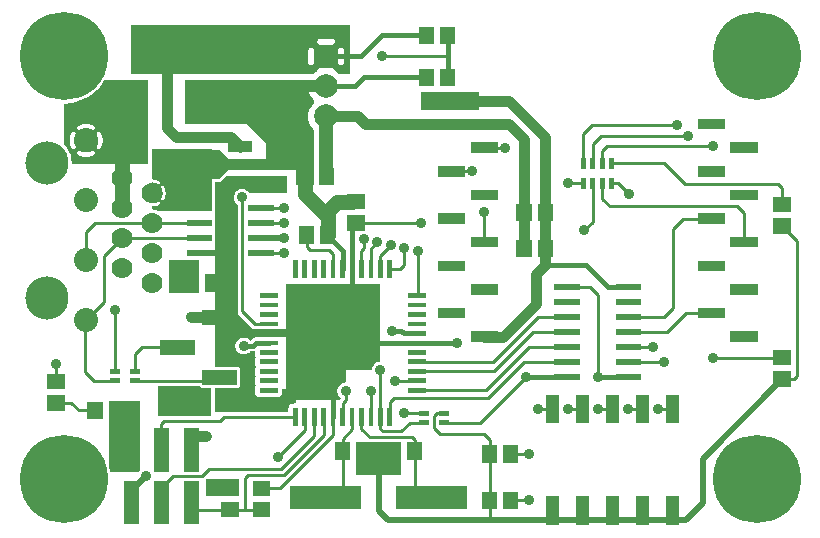
<source format=gbr>
G04 start of page 2 for group 0 idx 0 *
G04 Title: (unknown), top *
G04 Creator: pcb 20140316 *
G04 CreationDate: Thu 27 Apr 2017 04:48:59 AM GMT UTC *
G04 For: railfan *
G04 Format: Gerber/RS-274X *
G04 PCB-Dimensions (mil): 2650.00 1750.00 *
G04 PCB-Coordinate-Origin: lower left *
%MOIN*%
%FSLAX25Y25*%
%LNTOP*%
%ADD41C,0.0300*%
%ADD40C,0.1280*%
%ADD39C,0.0480*%
%ADD38C,0.1285*%
%ADD37C,0.0360*%
%ADD36R,0.0440X0.0440*%
%ADD35R,0.0787X0.0787*%
%ADD34R,0.0945X0.0945*%
%ADD33R,0.0378X0.0378*%
%ADD32R,0.0200X0.0200*%
%ADD31R,0.0350X0.0350*%
%ADD30R,0.0630X0.0630*%
%ADD29R,0.0360X0.0360*%
%ADD28R,0.0157X0.0157*%
%ADD27R,0.0167X0.0167*%
%ADD26R,0.0500X0.0500*%
%ADD25R,0.0512X0.0512*%
%ADD24C,0.0700*%
%ADD23C,0.1440*%
%ADD22C,0.0800*%
%ADD21C,0.2937*%
%ADD20C,0.0787*%
%ADD19C,0.0250*%
%ADD18C,0.0150*%
%ADD17C,0.0450*%
%ADD16C,0.0400*%
%ADD15C,0.0500*%
%ADD14C,0.0200*%
%ADD13C,0.0100*%
%ADD12C,0.0350*%
%ADD11C,0.0001*%
G54D11*G36*
X91000Y82000D02*X111000D01*
Y49309D01*
X110561Y49274D01*
X110132Y49171D01*
X109725Y49003D01*
X109349Y48772D01*
X109014Y48486D01*
X108728Y48151D01*
X108497Y47775D01*
X108329Y47368D01*
X108226Y46939D01*
X108191Y46500D01*
X108226Y46061D01*
X108329Y45632D01*
X108497Y45225D01*
X108728Y44849D01*
X109014Y44514D01*
X109349Y44228D01*
X109500Y44135D01*
Y44121D01*
X108981Y43602D01*
X108936Y43564D01*
X108881Y43500D01*
X91000D01*
Y82000D01*
G37*
G36*
X122598D01*
Y56309D01*
X122159Y56274D01*
X121730Y56171D01*
X121323Y56003D01*
X120947Y55772D01*
X120612Y55486D01*
X120326Y55151D01*
X120096Y54775D01*
X119927Y54368D01*
X119824Y53939D01*
X119789Y53500D01*
X91000D01*
Y82000D01*
G37*
G36*
X114500Y29500D02*X118941D01*
X119000Y29495D01*
X119059Y29500D01*
X129500D01*
Y18500D01*
X114500D01*
Y29500D01*
G37*
G36*
X73000Y74000D02*X80817Y66183D01*
X80818Y66000D01*
X73000D01*
Y74000D01*
G37*
G36*
X42500Y43000D02*Y19970D01*
X42228Y19651D01*
X42135Y19500D01*
X32529D01*
X32000Y21705D01*
Y43000D01*
X42500D01*
G37*
G36*
X66000Y47502D02*Y38000D01*
X50559D01*
X50500Y38005D01*
X50441Y38000D01*
X48500D01*
Y48000D01*
X62394D01*
X62448Y47910D01*
X62551Y47791D01*
X62670Y47688D01*
X62805Y47606D01*
X62950Y47546D01*
X63103Y47509D01*
X63260Y47500D01*
X66000Y47502D01*
G37*
G36*
X75500Y17000D02*Y11500D01*
X64500D01*
Y17000D01*
X75500D01*
G37*
G36*
X94500Y47000D02*Y42311D01*
X93230Y42301D01*
X93000Y42246D01*
X92782Y42156D01*
X92581Y42032D01*
X92401Y41879D01*
X92248Y41699D01*
X92124Y41498D01*
X92034Y41280D01*
X91979Y41050D01*
X91965Y40815D01*
X91968Y39500D01*
X67500D01*
Y47000D01*
X80819D01*
X80829Y45730D01*
X80884Y45500D01*
X80974Y45282D01*
X81098Y45081D01*
X81251Y44901D01*
X81431Y44748D01*
X81632Y44624D01*
X81850Y44534D01*
X82080Y44479D01*
X82315Y44465D01*
X88550Y44479D01*
X88780Y44534D01*
X88998Y44624D01*
X89199Y44748D01*
X89379Y44901D01*
X89532Y45081D01*
X89656Y45282D01*
X89746Y45500D01*
X89801Y45730D01*
X89815Y45965D01*
X89807Y47000D01*
X94500D01*
G37*
G36*
X67500Y39500D02*Y47503D01*
X75070Y47509D01*
X75223Y47546D01*
X75368Y47606D01*
X75503Y47688D01*
X75622Y47791D01*
X75724Y47910D01*
X75807Y48045D01*
X75867Y48190D01*
X75904Y48343D01*
X75913Y48500D01*
X75904Y53657D01*
X75867Y53810D01*
X75807Y53955D01*
X75724Y54090D01*
X75622Y54209D01*
X75503Y54312D01*
X75368Y54394D01*
X75223Y54454D01*
X75070Y54491D01*
X74913Y54500D01*
X67500Y54494D01*
Y66500D01*
X80819D01*
X80815Y66437D01*
X80829Y64628D01*
X80884Y64398D01*
X80945Y64251D01*
X80725Y64234D01*
X80458Y64169D01*
X80203Y64064D01*
X79968Y63920D01*
X79968Y63920D01*
X79759Y63741D01*
X79714Y63689D01*
X79275Y63250D01*
X79188D01*
X78986Y63486D01*
X78651Y63772D01*
X78275Y64003D01*
X77868Y64171D01*
X77439Y64274D01*
X77000Y64309D01*
X76561Y64274D01*
X76132Y64171D01*
X75725Y64003D01*
X75349Y63772D01*
X75014Y63486D01*
X74728Y63151D01*
X74497Y62775D01*
X74329Y62368D01*
X74226Y61939D01*
X74191Y61500D01*
X74226Y61061D01*
X74329Y60632D01*
X74497Y60225D01*
X74728Y59849D01*
X75014Y59514D01*
X75349Y59228D01*
X75725Y58997D01*
X76132Y58829D01*
X76561Y58726D01*
X77000Y58691D01*
X77439Y58726D01*
X77868Y58829D01*
X78275Y58997D01*
X78651Y59228D01*
X78986Y59514D01*
X79188Y59750D01*
X79931D01*
X80000Y59745D01*
X80274Y59766D01*
X80275Y59766D01*
X80542Y59831D01*
X80797Y59936D01*
X80816Y59948D01*
X80829Y58329D01*
X80884Y58099D01*
X80974Y57881D01*
X81000Y57839D01*
Y57713D01*
X80974Y57671D01*
X80884Y57453D01*
X80829Y57223D01*
X80815Y56988D01*
X80829Y55179D01*
X80884Y54949D01*
X80974Y54731D01*
X81000Y54689D01*
Y54564D01*
X80974Y54522D01*
X80884Y54304D01*
X80829Y54074D01*
X80815Y53839D01*
X80829Y52030D01*
X80884Y51800D01*
X80974Y51582D01*
X81000Y51540D01*
Y51414D01*
X80974Y51372D01*
X80884Y51154D01*
X80829Y50924D01*
X80815Y50689D01*
X80829Y48880D01*
X80884Y48650D01*
X80974Y48432D01*
X81000Y48390D01*
Y48264D01*
X80974Y48222D01*
X80884Y48004D01*
X80829Y47774D01*
X80815Y47539D01*
X80829Y45730D01*
X80884Y45500D01*
X80974Y45282D01*
X81000Y45240D01*
Y39500D01*
X67500D01*
G37*
G36*
X100500Y126000D02*Y115000D01*
X99330D01*
X99051Y115171D01*
X98542Y115382D01*
X98006Y115511D01*
X97457Y115554D01*
X96908Y115511D01*
X96372Y115382D01*
X95863Y115171D01*
X95584Y115000D01*
X94500D01*
Y126000D01*
X100500D01*
G37*
G36*
X75000Y118000D02*Y113365D01*
X74849Y113272D01*
X74514Y112986D01*
X74228Y112651D01*
X73997Y112275D01*
X73829Y111868D01*
X73726Y111439D01*
X73691Y111000D01*
X73726Y110561D01*
X73829Y110132D01*
X73997Y109725D01*
X74228Y109349D01*
X74514Y109014D01*
X74849Y108728D01*
X75000Y108635D01*
Y73059D01*
X74995Y73000D01*
X75000Y72941D01*
Y64500D01*
X67500D01*
Y116283D01*
X68934Y116284D01*
X69086Y116272D01*
X69241Y116284D01*
X69243D01*
X69396Y116321D01*
X69541Y116381D01*
X69676Y116463D01*
X69795Y116566D01*
X69822Y116597D01*
X71219Y118000D01*
X75000D01*
G37*
G36*
X71219D02*X91500D01*
Y112500D01*
X78865D01*
X78772Y112651D01*
X78486Y112986D01*
X78151Y113272D01*
X77775Y113503D01*
X77368Y113671D01*
X76939Y113774D01*
X76500Y113809D01*
X76061Y113774D01*
X75632Y113671D01*
X75225Y113503D01*
X74849Y113272D01*
X74514Y112986D01*
X74228Y112651D01*
X74135Y112500D01*
X67500D01*
Y116283D01*
X68934Y116284D01*
X69086Y116272D01*
X69241Y116284D01*
X69243D01*
X69396Y116321D01*
X69541Y116381D01*
X69676Y116463D01*
X69795Y116566D01*
X69822Y116597D01*
X71219Y118000D01*
G37*
G36*
X109437Y168500D02*X112500D01*
Y152000D01*
X109437D01*
Y155060D01*
X109594Y155072D01*
X109747Y155109D01*
X109892Y155169D01*
X110027Y155251D01*
X110146Y155354D01*
X110249Y155473D01*
X110331Y155608D01*
X110391Y155753D01*
X110428Y155906D01*
X110437Y156063D01*
Y159937D01*
X110428Y160094D01*
X110391Y160247D01*
X110331Y160392D01*
X110249Y160527D01*
X110146Y160646D01*
X110027Y160749D01*
X109892Y160831D01*
X109747Y160891D01*
X109594Y160928D01*
X109437Y160940D01*
Y168500D01*
G37*
G36*
X104500D02*X109437D01*
Y160940D01*
X109280Y160928D01*
X109127Y160891D01*
X108982Y160831D01*
X108847Y160749D01*
X108728Y160646D01*
X108625Y160527D01*
X108543Y160392D01*
X108483Y160247D01*
X108446Y160094D01*
X108437Y159937D01*
Y156063D01*
X108446Y155906D01*
X108483Y155753D01*
X108543Y155608D01*
X108625Y155473D01*
X108728Y155354D01*
X108847Y155251D01*
X108982Y155169D01*
X109127Y155109D01*
X109280Y155072D01*
X109437Y155060D01*
Y152000D01*
X108891D01*
X108711Y152211D01*
X108000Y152818D01*
X107432Y153166D01*
X107428Y153220D01*
X107391Y153373D01*
X107331Y153518D01*
X107249Y153653D01*
X107146Y153772D01*
X107027Y153875D01*
X106892Y153957D01*
X106747Y154017D01*
X106594Y154054D01*
X106437Y154063D01*
X104500D01*
Y161937D01*
X106437D01*
X106594Y161946D01*
X106747Y161983D01*
X106892Y162043D01*
X107027Y162125D01*
X107146Y162228D01*
X107249Y162347D01*
X107331Y162482D01*
X107391Y162627D01*
X107428Y162780D01*
X107440Y162937D01*
X107428Y163094D01*
X107391Y163247D01*
X107331Y163392D01*
X107249Y163527D01*
X107146Y163646D01*
X107027Y163749D01*
X106892Y163831D01*
X106747Y163891D01*
X106594Y163928D01*
X106437Y163937D01*
X104500D01*
Y168500D01*
G37*
G36*
X99563D02*X104500D01*
Y163937D01*
X102563D01*
X102406Y163928D01*
X102253Y163891D01*
X102108Y163831D01*
X101973Y163749D01*
X101854Y163646D01*
X101751Y163527D01*
X101669Y163392D01*
X101609Y163247D01*
X101572Y163094D01*
X101560Y162937D01*
X101572Y162780D01*
X101609Y162627D01*
X101669Y162482D01*
X101751Y162347D01*
X101854Y162228D01*
X101973Y162125D01*
X102108Y162043D01*
X102253Y161983D01*
X102406Y161946D01*
X102563Y161937D01*
X104500D01*
Y154063D01*
X102563D01*
X102406Y154054D01*
X102253Y154017D01*
X102108Y153957D01*
X101973Y153875D01*
X101854Y153772D01*
X101751Y153653D01*
X101669Y153518D01*
X101609Y153373D01*
X101572Y153220D01*
X101568Y153166D01*
X101000Y152818D01*
X100289Y152211D01*
X100109Y152000D01*
X99563D01*
Y155060D01*
X99720Y155072D01*
X99873Y155109D01*
X100018Y155169D01*
X100153Y155251D01*
X100272Y155354D01*
X100375Y155473D01*
X100457Y155608D01*
X100517Y155753D01*
X100554Y155906D01*
X100563Y156063D01*
Y159937D01*
X100554Y160094D01*
X100517Y160247D01*
X100457Y160392D01*
X100375Y160527D01*
X100272Y160646D01*
X100153Y160749D01*
X100018Y160831D01*
X99873Y160891D01*
X99720Y160928D01*
X99563Y160940D01*
Y168500D01*
G37*
G36*
X39500D02*X99563D01*
Y160940D01*
X99406Y160928D01*
X99253Y160891D01*
X99108Y160831D01*
X98973Y160749D01*
X98854Y160646D01*
X98751Y160527D01*
X98669Y160392D01*
X98609Y160247D01*
X98572Y160094D01*
X98563Y159937D01*
Y156063D01*
X98572Y155906D01*
X98609Y155753D01*
X98669Y155608D01*
X98751Y155473D01*
X98854Y155354D01*
X98973Y155251D01*
X99108Y155169D01*
X99253Y155109D01*
X99406Y155072D01*
X99563Y155060D01*
Y152000D01*
X39500D01*
Y168500D01*
G37*
G36*
X57500Y150000D02*X92000D01*
Y135500D01*
X57500D01*
Y150000D01*
G37*
G36*
X155500Y140000D02*X136000D01*
Y146000D01*
X155500D01*
Y140000D01*
G37*
G36*
X53000Y127000D02*X66500D01*
Y112000D01*
X53000D01*
Y127000D01*
G37*
G36*
X52000Y90000D02*X62000D01*
Y79000D01*
X52000D01*
Y90000D01*
G37*
G36*
X50220Y127000D02*X56784D01*
X56755Y126882D01*
X56746Y126725D01*
X56755Y117118D01*
X56792Y116965D01*
X56852Y116820D01*
X56934Y116685D01*
X57037Y116566D01*
X57156Y116463D01*
X57291Y116381D01*
X57436Y116321D01*
X57589Y116284D01*
X57746Y116275D01*
X66500Y116282D01*
Y106500D01*
X50220D01*
Y110044D01*
X50271Y110083D01*
X50326Y110139D01*
X50370Y110204D01*
X50564Y110556D01*
X50721Y110926D01*
X50844Y111309D01*
X50933Y111700D01*
X50987Y112099D01*
X51004Y112500D01*
X50987Y112901D01*
X50933Y113300D01*
X50844Y113691D01*
X50721Y114074D01*
X50564Y114444D01*
X50374Y114798D01*
X50329Y114863D01*
X50274Y114920D01*
X50220Y114960D01*
Y127000D01*
G37*
G36*
X46500D02*X50220D01*
Y114960D01*
X50210Y114968D01*
X50140Y115004D01*
X50065Y115030D01*
X49987Y115044D01*
X49908Y115045D01*
X49829Y115033D01*
X49754Y115010D01*
X49683Y114975D01*
X49618Y114929D01*
X49561Y114874D01*
X49513Y114811D01*
X49476Y114741D01*
X49451Y114666D01*
X49437Y114588D01*
X49436Y114508D01*
X49448Y114430D01*
X49471Y114354D01*
X49507Y114284D01*
X49657Y114010D01*
X49779Y113723D01*
X49875Y113426D01*
X49944Y113121D01*
X49986Y112812D01*
X50000Y112500D01*
X49986Y112188D01*
X49944Y111879D01*
X49875Y111574D01*
X49779Y111277D01*
X49657Y110990D01*
X49510Y110714D01*
X49474Y110645D01*
X49451Y110569D01*
X49440Y110491D01*
X49441Y110413D01*
X49454Y110335D01*
X49480Y110261D01*
X49516Y110191D01*
X49564Y110128D01*
X49620Y110073D01*
X49684Y110028D01*
X49755Y109993D01*
X49830Y109970D01*
X49908Y109959D01*
X49987Y109960D01*
X50064Y109973D01*
X50139Y109999D01*
X50208Y110035D01*
X50220Y110044D01*
Y106500D01*
X48585D01*
X48549Y106522D01*
X47895Y106793D01*
X47206Y106958D01*
X46500Y107014D01*
Y107996D01*
X46901Y108013D01*
X47300Y108067D01*
X47691Y108156D01*
X48074Y108279D01*
X48444Y108436D01*
X48798Y108626D01*
X48863Y108671D01*
X48920Y108726D01*
X48968Y108790D01*
X49004Y108860D01*
X49030Y108935D01*
X49044Y109013D01*
X49045Y109092D01*
X49033Y109171D01*
X49010Y109246D01*
X48975Y109317D01*
X48929Y109382D01*
X48874Y109439D01*
X48811Y109487D01*
X48741Y109524D01*
X48666Y109549D01*
X48588Y109563D01*
X48508Y109564D01*
X48430Y109552D01*
X48354Y109529D01*
X48284Y109493D01*
X48010Y109343D01*
X47723Y109221D01*
X47426Y109125D01*
X47121Y109056D01*
X46812Y109014D01*
X46500Y109000D01*
Y116000D01*
X46812Y115986D01*
X47121Y115944D01*
X47426Y115875D01*
X47723Y115779D01*
X48010Y115657D01*
X48286Y115510D01*
X48355Y115474D01*
X48431Y115451D01*
X48509Y115440D01*
X48587Y115441D01*
X48665Y115454D01*
X48739Y115480D01*
X48809Y115516D01*
X48872Y115564D01*
X48927Y115620D01*
X48972Y115684D01*
X49007Y115755D01*
X49030Y115830D01*
X49041Y115908D01*
X49040Y115987D01*
X49027Y116064D01*
X49001Y116139D01*
X48965Y116208D01*
X48917Y116271D01*
X48861Y116326D01*
X48796Y116370D01*
X48444Y116564D01*
X48074Y116721D01*
X47691Y116844D01*
X47300Y116933D01*
X46901Y116987D01*
X46500Y117004D01*
Y127000D01*
G37*
G36*
X45000Y150000D02*Y122000D01*
X36676D01*
X36500Y122014D01*
X36324Y122000D01*
X28993D01*
Y127145D01*
X29078Y127181D01*
X29179Y127243D01*
X29269Y127319D01*
X29345Y127409D01*
X29405Y127511D01*
X29622Y127980D01*
X29789Y128469D01*
X29909Y128972D01*
X29982Y129484D01*
X30006Y130000D01*
X29982Y130516D01*
X29909Y131028D01*
X29789Y131531D01*
X29622Y132020D01*
X29410Y132492D01*
X29349Y132593D01*
X29272Y132684D01*
X29182Y132761D01*
X29080Y132823D01*
X28993Y132860D01*
Y147892D01*
X29728Y148753D01*
X30492Y150000D01*
X45000D01*
G37*
G36*
X28993Y122000D02*X24502D01*
Y124494D01*
X25016Y124518D01*
X25528Y124591D01*
X26031Y124711D01*
X26520Y124878D01*
X26992Y125090D01*
X27093Y125151D01*
X27184Y125228D01*
X27261Y125318D01*
X27323Y125420D01*
X27369Y125529D01*
X27397Y125645D01*
X27406Y125763D01*
X27397Y125881D01*
X27370Y125997D01*
X27324Y126107D01*
X27262Y126208D01*
X27186Y126298D01*
X27095Y126376D01*
X26994Y126438D01*
X26885Y126484D01*
X26769Y126511D01*
X26651Y126521D01*
X26532Y126512D01*
X26417Y126484D01*
X26308Y126437D01*
X25968Y126279D01*
X25612Y126158D01*
X25247Y126070D01*
X24875Y126018D01*
X24502Y126000D01*
Y134000D01*
X24875Y133982D01*
X25247Y133930D01*
X25612Y133842D01*
X25968Y133721D01*
X26310Y133567D01*
X26418Y133520D01*
X26533Y133493D01*
X26651Y133483D01*
X26768Y133493D01*
X26883Y133521D01*
X26992Y133566D01*
X27093Y133628D01*
X27182Y133705D01*
X27259Y133795D01*
X27320Y133895D01*
X27365Y134004D01*
X27393Y134119D01*
X27402Y134237D01*
X27392Y134355D01*
X27365Y134469D01*
X27319Y134578D01*
X27257Y134679D01*
X27181Y134769D01*
X27091Y134845D01*
X26989Y134905D01*
X26520Y135122D01*
X26031Y135289D01*
X25528Y135409D01*
X25016Y135482D01*
X24502Y135506D01*
Y144203D01*
X26247Y145272D01*
X28124Y146876D01*
X28993Y147892D01*
Y132860D01*
X28971Y132869D01*
X28855Y132897D01*
X28737Y132906D01*
X28619Y132897D01*
X28503Y132870D01*
X28393Y132824D01*
X28292Y132762D01*
X28202Y132686D01*
X28124Y132595D01*
X28062Y132494D01*
X28016Y132385D01*
X27989Y132269D01*
X27979Y132151D01*
X27988Y132032D01*
X28016Y131917D01*
X28063Y131808D01*
X28221Y131468D01*
X28342Y131112D01*
X28430Y130747D01*
X28482Y130375D01*
X28500Y130000D01*
X28482Y129625D01*
X28430Y129253D01*
X28342Y128888D01*
X28221Y128532D01*
X28067Y128190D01*
X28020Y128082D01*
X27993Y127967D01*
X27983Y127849D01*
X27993Y127732D01*
X28021Y127617D01*
X28066Y127508D01*
X28128Y127407D01*
X28205Y127318D01*
X28295Y127241D01*
X28395Y127180D01*
X28504Y127135D01*
X28619Y127107D01*
X28737Y127098D01*
X28855Y127108D01*
X28969Y127135D01*
X28993Y127145D01*
Y122000D01*
G37*
G36*
X24502D02*X20007D01*
Y127140D01*
X20029Y127131D01*
X20145Y127103D01*
X20263Y127094D01*
X20381Y127103D01*
X20497Y127130D01*
X20607Y127176D01*
X20708Y127238D01*
X20798Y127314D01*
X20876Y127405D01*
X20938Y127506D01*
X20984Y127615D01*
X21011Y127731D01*
X21021Y127849D01*
X21012Y127968D01*
X20984Y128083D01*
X20937Y128192D01*
X20779Y128532D01*
X20658Y128888D01*
X20570Y129253D01*
X20518Y129625D01*
X20500Y130000D01*
X20518Y130375D01*
X20570Y130747D01*
X20658Y131112D01*
X20779Y131468D01*
X20933Y131810D01*
X20980Y131918D01*
X21007Y132033D01*
X21017Y132151D01*
X21007Y132268D01*
X20979Y132383D01*
X20934Y132492D01*
X20872Y132593D01*
X20795Y132682D01*
X20705Y132759D01*
X20605Y132820D01*
X20496Y132865D01*
X20381Y132893D01*
X20263Y132902D01*
X20145Y132892D01*
X20031Y132865D01*
X20007Y132855D01*
Y142592D01*
X21862Y143038D01*
X24142Y143982D01*
X24502Y144203D01*
Y135506D01*
X24500Y135506D01*
X23984Y135482D01*
X23472Y135409D01*
X22969Y135289D01*
X22480Y135122D01*
X22008Y134910D01*
X21907Y134849D01*
X21816Y134772D01*
X21739Y134682D01*
X21677Y134580D01*
X21631Y134471D01*
X21603Y134355D01*
X21594Y134237D01*
X21603Y134119D01*
X21630Y134003D01*
X21676Y133893D01*
X21738Y133792D01*
X21814Y133702D01*
X21905Y133624D01*
X22006Y133562D01*
X22115Y133516D01*
X22231Y133489D01*
X22349Y133479D01*
X22468Y133488D01*
X22583Y133516D01*
X22692Y133563D01*
X23032Y133721D01*
X23388Y133842D01*
X23753Y133930D01*
X24125Y133982D01*
X24500Y134000D01*
X24502Y134000D01*
Y126000D01*
X24500Y126000D01*
X24125Y126018D01*
X23753Y126070D01*
X23388Y126158D01*
X23032Y126279D01*
X22690Y126433D01*
X22582Y126480D01*
X22467Y126507D01*
X22349Y126517D01*
X22232Y126507D01*
X22117Y126479D01*
X22008Y126434D01*
X21907Y126372D01*
X21818Y126295D01*
X21741Y126205D01*
X21680Y126105D01*
X21635Y125996D01*
X21607Y125881D01*
X21598Y125763D01*
X21608Y125645D01*
X21635Y125531D01*
X21681Y125422D01*
X21743Y125321D01*
X21819Y125231D01*
X21909Y125155D01*
X22011Y125095D01*
X22480Y124878D01*
X22969Y124711D01*
X23472Y124591D01*
X23984Y124518D01*
X24500Y124494D01*
X24502Y124494D01*
Y122000D01*
G37*
G36*
X20007D02*X19670D01*
X19700Y122500D01*
X19624Y123787D01*
X19323Y125042D01*
X18829Y126234D01*
X18154Y127335D01*
X17316Y128316D01*
X17000Y128586D01*
Y142268D01*
X19461Y142461D01*
X20007Y142592D01*
Y132855D01*
X19922Y132819D01*
X19821Y132757D01*
X19731Y132681D01*
X19655Y132591D01*
X19595Y132489D01*
X19378Y132020D01*
X19211Y131531D01*
X19091Y131028D01*
X19018Y130516D01*
X18994Y130000D01*
X19018Y129484D01*
X19091Y128972D01*
X19211Y128469D01*
X19378Y127980D01*
X19590Y127508D01*
X19651Y127407D01*
X19728Y127316D01*
X19818Y127239D01*
X19920Y127177D01*
X20007Y127140D01*
Y122000D01*
G37*
G36*
X100500Y120000D02*X84500D01*
Y150000D01*
X98902D01*
X98836Y149840D01*
X98618Y148932D01*
X98545Y148000D01*
X98618Y147068D01*
X98836Y146160D01*
X99194Y145296D01*
X99682Y144500D01*
X100289Y143789D01*
X100500Y143609D01*
Y142391D01*
X100289Y142211D01*
X99682Y141500D01*
X99194Y140704D01*
X98836Y139840D01*
X98618Y138932D01*
X98545Y138000D01*
X98618Y137068D01*
X98836Y136160D01*
X99194Y135296D01*
X99682Y134500D01*
X100289Y133789D01*
X100500Y133609D01*
Y120000D01*
G37*
G36*
X87000Y137500D02*Y126500D01*
X76000Y137500D01*
X87000D01*
G37*
G54D12*X72764Y131000D02*X54500D01*
X51500Y134000D01*
Y155000D01*
G54D13*X62250Y97500D02*X36500D01*
G54D14*X62250Y92500D02*X69500D01*
G54D15*X36500Y107500D02*Y127000D01*
G54D13*X62250Y102500D02*X27500D01*
X82750D02*X90500D01*
G54D16*X104500Y148000D02*X83000D01*
G54D12*X75858Y127906D02*X72764Y131000D01*
X72000Y122000D02*X88000D01*
G54D17*X104500Y138000D02*Y118000D01*
G54D13*X82750Y107500D02*X90500D01*
G54D15*X97457Y118000D02*Y112043D01*
G54D18*X104500Y158000D02*X116000D01*
X114000Y148000D02*X104500D01*
G54D12*X117567Y135433D02*X115000Y138000D01*
X104500D01*
G54D15*X97457Y112043D02*X105000Y104500D01*
Y98500D02*Y106500D01*
X108000Y109500D01*
X113000D01*
G54D18*X110000Y93000D02*X105000Y98000D01*
G54D13*X116300Y93300D02*X117000Y94000D01*
Y97000D01*
X116299Y33701D02*X119000Y31000D01*
X133000D01*
X134000Y30000D01*
X122598Y33902D02*X123500Y33000D01*
X129500D01*
X119448Y37815D02*Y46500D01*
X134685Y49901D02*X127500D01*
X134000Y30000D02*Y11000D01*
X129500Y33000D02*X132425Y35925D01*
G54D14*X122000Y21000D02*Y6500D01*
X125000Y3500D01*
G54D13*X127000Y44000D02*X125748Y42748D01*
Y37815D01*
X122598D02*Y33902D01*
X110000Y42500D02*X111000Y43500D01*
Y46500D01*
G54D18*X106850Y37815D02*Y47500D01*
G54D13*X113149Y37815D02*Y33649D01*
X116299Y37815D02*Y33701D01*
X113149Y33649D02*X110000Y30500D01*
X106850Y37815D02*Y31850D01*
X122598Y53500D02*Y37815D01*
G54D18*X134685Y62500D02*X117000D01*
X134685Y65649D02*X130351D01*
X129500Y66500D01*
X126500D01*
X134685Y62500D02*X140000D01*
X148000D01*
G54D13*X137152Y39075D02*X130500D01*
X143848D02*X141575D01*
X140500Y38000D01*
G54D14*X224500Y3500D02*X230000Y9000D01*
Y23957D01*
X256500Y50457D01*
G54D13*X215000Y40500D02*X219950D01*
X220000Y40450D01*
X205000Y40500D02*X210000D01*
X195000D02*X200000D01*
G54D14*X125000Y3500D02*X224500D01*
G54D18*X184750Y51000D02*X171000D01*
G54D13*X185000Y40500D02*X190000D01*
X175000D02*X180000D01*
X170500Y56000D02*X158500Y44000D01*
X171000Y51000D02*X155925Y35925D01*
X158500Y44000D02*X127000D01*
X132425Y35925D02*X137152D01*
X155925D02*X143848D01*
X140500Y38000D02*Y34000D01*
X142500Y32000D01*
X157000D01*
X159000Y30000D01*
Y3500D01*
X166043Y10000D02*X172000D01*
X166043Y25500D02*X172000D01*
X110000Y37815D02*Y42500D01*
Y30500D02*Y11000D01*
X103700Y37815D02*Y31700D01*
X100551Y37815D02*Y31551D01*
X106850Y31850D02*X89000Y14000D01*
X103700Y31700D02*X90500Y18500D01*
X100551Y31551D02*X89500Y20500D01*
X97401Y37815D02*Y33401D01*
X88500Y24500D01*
X106851Y87185D02*Y92149D01*
X105500Y93500D01*
X99000D01*
X98000Y94500D01*
Y98500D01*
X82750Y92500D02*X90500D01*
G54D14*Y97500D02*X82750D01*
G54D18*X113150Y87185D02*Y75000D01*
Y87185D03*
X110000D02*Y93000D01*
G54D13*X76500Y73000D02*Y111000D01*
X27500Y102500D02*X24500Y99500D01*
X36500Y97500D02*X30500Y91500D01*
Y76000D01*
X24500Y99500D02*Y90000D01*
X14500Y55500D02*Y49543D01*
X24250Y69750D02*Y52750D01*
X30500Y76000D02*X24500Y70000D01*
X34000Y73500D02*X33695Y73195D01*
X14500Y42457D02*X19543D01*
X22000Y40000D01*
X27457D01*
X34000Y73500D02*Y53075D01*
X24250Y52750D02*X27075Y49925D01*
X34152D01*
X40848Y53075D02*Y58848D01*
X43000Y61000D01*
G54D19*X69500Y65650D02*X97000D01*
G54D13*X76500Y73000D02*X80700Y68800D01*
X85315D01*
G54D12*X59500Y71000D02*X69087D01*
G54D13*X43000Y61000D02*X54913D01*
X40848Y49925D02*X69087D01*
X94252Y37815D02*X70315D01*
X69000Y36500D01*
X50500D01*
X49500Y35500D01*
Y26740D01*
G54D12*X64500Y31500D02*X59500D01*
G54D18*X85315Y62500D02*X81000D01*
X80000Y61500D01*
X77000D01*
G54D13*X77500Y6957D02*Y17500D01*
X78500Y18500D01*
X89000Y14000D02*X83000D01*
X78500Y18500D02*X90500D01*
X89500Y20500D02*X65500D01*
X83000Y6957D02*X59500D01*
G54D14*X44500Y18000D02*X39500Y13000D01*
G54D13*X65500Y20500D02*X63000Y18000D01*
X53500D01*
X49500Y14000D01*
G54D18*X116000Y158000D02*X123000Y165000D01*
X117000Y151000D02*X114000Y148000D01*
X123000Y165000D02*X137957D01*
X145043D02*Y151000D01*
X137957D02*X117000D01*
G54D13*X123000Y158000D02*X145000D01*
X145043Y158043D01*
G54D12*X117567Y135433D02*X165567D01*
X170500Y130500D01*
X177500Y131000D02*X165500Y143000D01*
X152500D01*
X177500Y131000D02*Y88500D01*
G54D18*X113150Y87185D02*Y103000D01*
G54D13*X116300Y87185D02*Y93300D01*
X119449Y87185D02*Y93949D01*
X122599Y87185D02*Y91599D01*
X126000Y95000D01*
X125748Y87185D02*X129185D01*
X130500Y88500D01*
Y94000D01*
Y91000D01*
G54D12*X170500Y130500D02*Y94000D01*
G54D13*X119449Y93949D02*X121500Y96000D01*
X146201Y119685D02*X153000D01*
X157185Y127559D02*X163984D01*
X157185Y96063D02*Y106000D01*
X136000Y102500D02*X113000D01*
G54D12*X163567Y64567D02*X157185D01*
G54D13*X160200Y56200D02*X134685D01*
X160551Y53051D02*X134685D01*
X157752Y46752D02*X134685D01*
G54D12*X174500Y85500D02*Y75500D01*
X163567Y64567D01*
G54D13*X184750Y71000D02*X175000D01*
X173500Y66000D02*X160551Y53051D01*
X172000Y61000D02*X160901Y49901D01*
X161000Y50000D02*X157752Y46752D01*
X175000Y71000D02*X160200Y56200D01*
X184750Y66000D02*X173500D01*
X184750Y61000D02*X172000D01*
X170500Y56000D02*X184750D01*
X135000Y93000D02*Y78563D01*
X134685Y78248D01*
G54D12*X177500Y88500D02*X174500Y85500D01*
G54D18*X177500Y88500D02*X191000D01*
X198500Y81000D01*
X205250D01*
G54D13*X184750D02*X192500D01*
X195000Y78500D01*
Y51000D01*
G54D18*X205250D01*
G54D13*Y66000D02*X218000D01*
X213500Y61000D02*X205250D01*
X217000Y56000D02*X205250D01*
Y71000D02*X217000D01*
X220000Y74000D01*
Y100500D01*
X190500Y100000D02*X193425Y102925D01*
X218000Y66000D02*X224441Y72441D01*
X232815D01*
X233500Y57500D02*X256500D01*
X261500Y96457D02*Y51500D01*
X260500Y50500D01*
X256500D01*
Y101457D02*X261500Y96457D01*
X224000Y115500D02*X255000D01*
X256500Y114000D01*
Y108543D01*
X243799Y96063D02*Y105701D01*
X241500Y108000D01*
X220000Y100500D02*X223437Y103937D01*
X217152Y122348D02*X224000Y115500D01*
X223437Y103937D02*X232815D01*
X199724Y122348D02*X217152D01*
X198000Y128000D02*X233500D01*
X241500Y108000D02*X199000D01*
X196575Y110425D01*
Y115652D01*
X205500Y112000D02*X201848Y115652D01*
X199724D01*
X193425Y102925D02*Y115652D01*
X190276D02*X185000D01*
X225000Y131500D02*X196000D01*
X193425Y128925D01*
X196575Y122348D02*Y126575D01*
X198000Y128000D01*
X193425Y128925D02*Y122348D01*
X190276D02*Y132276D01*
X193000Y135000D01*
X221500D01*
G54D20*X104500Y138000D03*
Y148000D03*
G54D11*G36*
X100563Y161937D02*Y154063D01*
X108437D01*
Y161937D01*
X100563D01*
G37*
G54D21*X17000Y158000D03*
G54D22*X24500Y130000D03*
Y110000D03*
G54D23*X11500Y122500D03*
G54D24*X36500Y117500D03*
X46500Y112500D03*
Y102500D03*
Y92500D03*
Y82500D03*
X36500Y107500D03*
Y97500D03*
Y87500D03*
G54D21*X17000Y17000D03*
G54D22*X24500Y90000D03*
Y70000D03*
G54D23*X11500Y77500D03*
G54D21*X248000Y17000D03*
Y158000D03*
G54D25*X27457Y40393D02*Y39607D01*
G54D26*X51587Y41000D02*X58240D01*
G54D25*X34543Y40393D02*Y39607D01*
G54D27*X33217Y53075D02*X35087D01*
X33217Y49925D02*X35087D01*
X39913D02*X41783D01*
X39913Y53075D02*X41783D01*
G54D25*X14107Y49543D02*X14893D01*
X14107Y42457D02*X14893D01*
G54D26*X51587Y61000D02*X58240D01*
X65760Y51000D02*X72413D01*
X39500Y14004D02*Y4516D01*
X49500Y14004D02*Y4516D01*
X59500Y14004D02*Y4516D01*
Y31484D02*Y21996D01*
X49500Y31484D02*Y21996D01*
X39500Y31484D02*Y21996D01*
G54D25*X97957Y98893D02*Y98107D01*
X105043Y98893D02*Y98107D01*
G54D28*X103701Y89398D02*Y84972D01*
X100552Y89398D02*Y84972D01*
X97402Y89398D02*Y84972D01*
X106851Y89398D02*Y84972D01*
X94252Y89398D02*Y84972D01*
G54D25*X104543Y118393D02*Y117607D01*
X97457Y118393D02*Y117607D01*
X114107Y102457D02*X114893D01*
X114107Y109543D02*X114893D01*
G54D29*X41900Y160900D02*X43100D01*
X41900Y148000D02*X43100D01*
G54D30*X67500Y164992D02*Y158693D01*
Y145307D02*Y139008D01*
G54D25*X88107Y154543D02*X88893D01*
X88107Y147457D02*X88893D01*
X145043Y165393D02*Y164607D01*
X137957Y165393D02*Y164607D01*
Y151393D02*Y150607D01*
X145043Y151393D02*Y150607D01*
G54D31*X143445Y135433D02*X148957D01*
G54D32*X79500Y92500D02*X86000D01*
X59000D02*X65500D01*
X79500Y97500D02*X86000D01*
X59000D02*X65500D01*
X79500Y102500D02*X86000D01*
X79500Y107500D02*X86000D01*
G54D25*X87607Y115457D02*X88393D01*
X87607Y122543D02*X88393D01*
G54D32*X59000Y107500D02*X65500D01*
X59000Y102500D02*X65500D01*
G54D25*X66543Y82893D02*Y82107D01*
X59457Y82893D02*Y82107D01*
G54D26*X65760Y71000D02*X72413D01*
G54D33*X73811Y116094D02*X77905D01*
X66095Y122000D02*X77905D01*
G54D34*X62471D02*X64361D01*
G54D11*G36*
X67666Y118695D02*X70506Y121535D01*
X71926Y120115D01*
X69086Y117275D01*
X67666Y118695D01*
G37*
G36*
X69086Y126725D02*X71926Y123885D01*
X70506Y122465D01*
X67666Y125305D01*
X69086Y126725D01*
G37*
G54D33*X73811Y127906D02*X77905D01*
G54D25*X170457Y106393D02*Y105607D01*
X177543Y106393D02*Y105607D01*
X170457Y94393D02*Y93607D01*
X177543Y94393D02*Y93607D01*
G54D27*X190276Y116587D02*Y114717D01*
X193425Y116587D02*Y114717D01*
X196575Y116587D02*Y114717D01*
X199724Y116587D02*Y114717D01*
Y123283D02*Y121413D01*
X196575Y123283D02*Y121413D01*
X193425Y123283D02*Y121413D01*
X190276Y123283D02*Y121413D01*
G54D31*X143445Y119685D02*X148957D01*
X143445Y103937D02*X148957D01*
X143445Y88189D02*X148957D01*
X154429Y96063D02*X159941D01*
X154429Y111811D02*X159941D01*
X154429Y127559D02*X159941D01*
X230059Y135433D02*X235571D01*
X230059Y119685D02*X235571D01*
X230059Y103937D02*X235571D01*
X230059Y88189D02*X235571D01*
X230059Y72441D02*X235571D01*
X241043Y64567D02*X246555D01*
X241043Y80315D02*X246555D01*
X241043Y96063D02*X246555D01*
X241043Y111811D02*X246555D01*
X241043Y127559D02*X246555D01*
G54D25*X256107Y101457D02*X256893D01*
X256107Y108543D02*X256893D01*
G54D28*X132472Y46752D02*X136898D01*
X132472Y49901D02*X136898D01*
X132472Y53051D02*X136898D01*
X132472Y56200D02*X136898D01*
X132472Y59350D02*X136898D01*
X132472Y62500D02*X136898D01*
X132472Y65649D02*X136898D01*
X132472Y68799D02*X136898D01*
X132472Y71948D02*X136898D01*
X132472Y75098D02*X136898D01*
X132472Y78248D02*X136898D01*
X125748Y89398D02*Y84972D01*
X122599Y89398D02*Y84972D01*
X119449Y89398D02*Y84972D01*
X116300Y89398D02*Y84972D01*
X113150Y89398D02*Y84972D01*
X110000Y89398D02*Y84972D01*
X94252Y40028D02*Y35602D01*
X97401Y40028D02*Y35602D01*
X100551Y40028D02*Y35602D01*
X103700Y40028D02*Y35602D01*
G54D35*X96409Y11000D02*X112157D01*
G54D25*X109957Y26893D02*Y26107D01*
G54D28*X83102Y78248D02*X87528D01*
X83102Y75099D02*X87528D01*
X83102Y71949D02*X87528D01*
X83102Y68800D02*X87528D01*
X83102Y65650D02*X87528D01*
X83102Y62500D02*X87528D01*
X83102Y59351D02*X87528D01*
X83102Y56201D02*X87528D01*
X83102Y53052D02*X87528D01*
X83102Y49902D02*X87528D01*
X83102Y46752D02*X87528D01*
G54D25*X72107Y6957D02*X72893D01*
X72107Y14043D02*X72893D01*
X82607Y6957D02*X83393D01*
X82607Y14043D02*X83393D01*
G54D28*X106850Y40028D02*Y35602D01*
X110000Y40028D02*Y35602D01*
X113149Y40028D02*Y35602D01*
X116299Y40028D02*Y35602D01*
X119448Y40028D02*Y35602D01*
X122598Y40028D02*Y35602D01*
X125748Y40028D02*Y35602D01*
G54D27*X136217Y39075D02*X138087D01*
X136217Y35925D02*X138087D01*
X142913D02*X144783D01*
X142913Y39075D02*X144783D01*
G54D35*X131843Y11000D02*X147591D01*
G54D25*X134043Y26893D02*Y26107D01*
X126957Y26893D02*Y26107D01*
X117043Y26893D02*Y26107D01*
X158957Y25893D02*Y25107D01*
X166043Y25893D02*Y25107D01*
X158957Y10393D02*Y9607D01*
X166043Y10393D02*Y9607D01*
G54D32*X202000Y51000D02*X208500D01*
X202000Y56000D02*X208500D01*
X202000Y61000D02*X208500D01*
G54D36*X210000Y43050D02*Y37850D01*
X200000Y43050D02*Y37850D01*
G54D32*X202000Y66000D02*X208500D01*
X202000Y71000D02*X208500D01*
G54D36*X190000Y43050D02*Y37850D01*
X180000Y43050D02*Y37850D01*
G54D32*X202000Y76000D02*X208500D01*
X202000Y81000D02*X208500D01*
X181500D02*X188000D01*
X181500Y76000D02*X188000D01*
X181500Y71000D02*X188000D01*
X181500Y66000D02*X188000D01*
X181500Y61000D02*X188000D01*
X181500Y56000D02*X188000D01*
X181500Y51000D02*X188000D01*
G54D31*X143445Y72441D02*X148957D01*
X154429Y64567D02*X159941D01*
X154429Y80315D02*X159941D01*
G54D25*X256107Y50457D02*X256893D01*
X256107Y57543D02*X256893D01*
G54D36*X220000Y43050D02*Y37850D01*
Y9150D02*Y3950D01*
X210000Y9150D02*Y3950D01*
X200000Y9150D02*Y3950D01*
X190000Y9150D02*Y3950D01*
X180000Y9150D02*Y3950D01*
G54D37*X60500Y142500D03*
X74500D03*
X60500Y147000D03*
X74500D03*
X54500Y124000D03*
Y119000D03*
Y114000D03*
X49000Y121500D03*
X54500Y109000D03*
X59500Y114000D03*
X76500Y111000D03*
X59500Y87500D03*
X54500Y82500D03*
Y87500D03*
X34000Y73500D03*
X77000Y61500D03*
X111000Y46500D03*
X59500Y71000D03*
X14500Y55500D03*
X119448Y46500D03*
X122000Y25500D03*
Y21000D03*
X117500D03*
X126500D03*
X130500Y39075D03*
X127500Y49901D03*
X122598Y53500D03*
X126500Y66500D03*
X39500Y40000D03*
X44500Y18000D03*
X63500Y40500D03*
Y45000D03*
X88500Y24500D03*
X64500Y31500D03*
X67000Y14000D03*
X90500Y107500D03*
Y102500D03*
Y92500D03*
Y97500D03*
X117000Y97000D03*
X121500Y96000D03*
X126000Y95000D03*
X130500Y94000D03*
X135000Y93000D03*
X105000Y105000D03*
X195000Y51000D03*
X213500Y61000D03*
X217000Y56000D03*
X233500Y57500D03*
X215000Y40500D03*
X205000D03*
X195000D03*
X185000D03*
X172000Y10000D03*
Y25500D03*
X175000Y40500D03*
X171000Y51000D03*
X148000Y62500D03*
X87000Y135500D03*
X82500D03*
X96000D03*
X91500D03*
X170500Y100000D03*
X153000Y119685D03*
X163984Y127559D03*
X157185Y106000D03*
X152500Y143000D03*
X205500Y112000D03*
X190500Y100000D03*
X185000Y115652D03*
X148000Y143000D03*
X143500D03*
X136000Y102500D03*
X123000Y158000D03*
X139000Y143000D03*
X233500Y128000D03*
X225000Y131500D03*
X221500Y135000D03*
X98000Y123500D03*
X97457Y112043D03*
X101000Y108500D03*
X108000Y109500D03*
G54D14*G54D17*G54D38*G54D39*G54D40*G54D41*G54D38*G54D39*G54D40*G54D38*M02*

</source>
